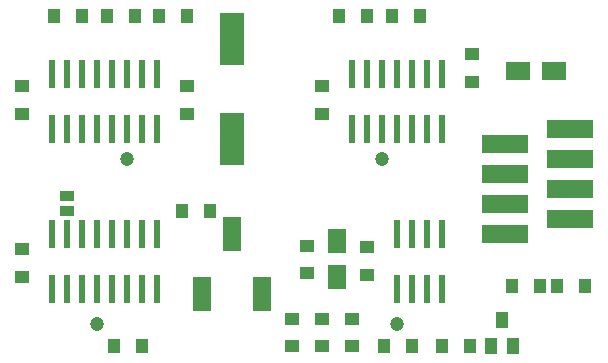
<source format=gbr>
%FSTAX24Y24*%
%MOIN*%
%IN MakeAway.osm SPASTE1.GBR *%
%ADD10C,0.0472*%
%ADD11R,0.0220X0.0940*%
%ADD12R,0.0394X0.0551*%
%ADD13R,0.0413X0.0512*%
%ADD14R,0.0512X0.0354*%
%ADD15R,0.0512X0.0413*%
%ADD16R,0.0591X0.1181*%
%ADD17R,0.0630X0.0787*%
%ADD18R,0.0787X0.0630*%
%ADD19R,0.0787X0.1772*%
%ADD20R,0.1575X0.0591*%
G54D15*X02036Y079764D03*G54D11*X02486Y079264D03*X02336Y081094D03*
G54D13*X021435Y083014D03*G54D15*X02586Y079764D03*G54D11*
X02486Y081094D03*X02186D03*X02236D03*X02286D03*X02436D03*G54D13*
X02411Y083014D03*X024935D03*G54D11*X02136Y079264D03*X02186D03*
X02236D03*X02286D03*X02336D03*X02386D03*G54D10*Y078264D03*G54D11*
X02436Y079264D03*X02186Y075764D03*G54D14*Y076514D03*G54D11*
X02286Y075764D03*X02336D03*X02436D03*X02136Y073934D03*X02186D03*
X02236D03*X02336D03*X02486D03*G54D15*X02036Y074339D03*G54D11*
X02236Y075764D03*G54D16*X02636Y073764D03*G54D11*X02286Y073934D03*
G54D10*Y072764D03*G54D11*X02386Y073934D03*G54D13*X023435Y072014D03*
G54D11*X03286Y081094D03*X03336D03*X03136Y079264D03*X03186D03*X03286D03*
X03336Y075764D03*G54D13*X02236Y083014D03*G54D19*X02736Y082264D03*
G54D13*X023185Y083014D03*G54D11*X02386Y081094D03*G54D13*
X02586Y083014D03*G54D19*X02736Y078917D03*G54D15*X02586Y080689D03*
G54D13*X02436Y072014D03*G54D11*Y073934D03*G54D15*X03136Y072014D03*
G54D13*X032435D03*G54D15*X03036D03*G54D13*X03436D03*G54D11*
X03386Y073934D03*G54D13*X03336Y072014D03*X025685Y076514D03*G54D11*
X02386Y075764D03*G54D13*X03186Y083014D03*X032685D03*X030935D03*G54D11*
X03136Y081094D03*G54D15*X03036Y080689D03*G54D11*X02486Y075764D03*
G54D14*X02186Y077014D03*G54D11*X02136Y075764D03*G54D15*
X02036Y075264D03*G54D11*X02136Y081094D03*G54D15*X02036Y080689D03*
X03536Y080839D03*G54D18*X03689Y081199D03*G54D20*X036445Y075764D03*
G54D11*X03286D03*G54D15*X031854Y075333D03*X03036Y079764D03*G54D11*
X03436Y081094D03*X03386D03*G54D13*X03361Y083014D03*G54D11*
X03436Y079264D03*X03386D03*X03336D03*X03236Y081094D03*X03186D03*G54D15*
X02936Y072014D03*G54D13*X035285D03*G54D12*X036734Y072023D03*G54D11*
X03436Y073934D03*Y075764D03*X03386D03*G54D15*X031854Y074407D03*
X029854Y074445D03*X03036Y072939D03*X02936D03*X029854Y07537D03*G54D11*
X03236Y079264D03*G54D10*Y078264D03*G54D15*X03536Y081764D03*G54D16*
X02836Y073764D03*X02736Y075764D03*G54D13*X02661Y076514D03*G54D17*
X03086Y074314D03*G54D10*X03286Y072764D03*G54D11*Y073934D03*G54D15*
X03136Y072939D03*G54D11*X03336Y073934D03*G54D18*X03809Y081199D03*
G54D20*X03861Y077264D03*Y078264D03*Y079264D03*X036445Y076764D03*G54D17*
X03086Y075514D03*G54D20*X036445Y077764D03*Y078764D03*G54D12*
X03636Y072889D03*G54D20*X03861Y076264D03*G54D13*X03911Y074014D03*
X036685D03*X038185D03*X03761D03*G54D12*X035986Y072023D03*
M02*
</source>
